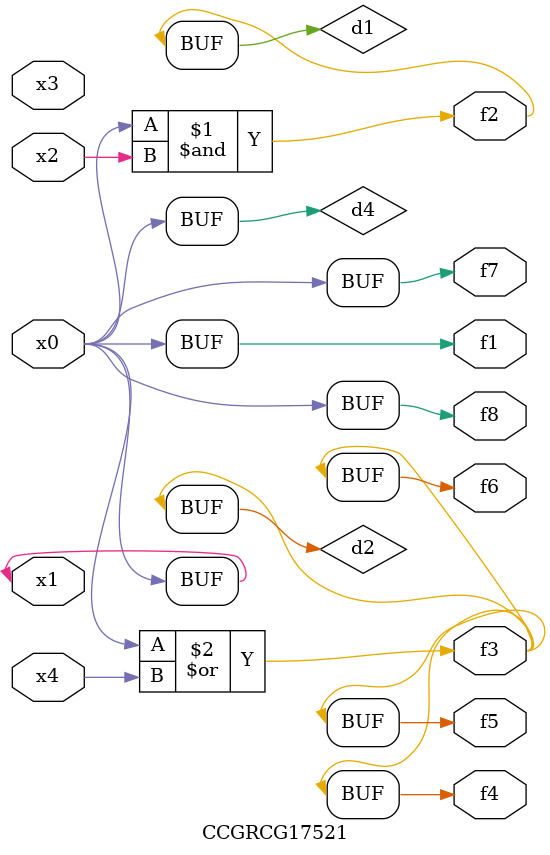
<source format=v>
module CCGRCG17521(
	input x0, x1, x2, x3, x4,
	output f1, f2, f3, f4, f5, f6, f7, f8
);

	wire d1, d2, d3, d4;

	and (d1, x0, x2);
	or (d2, x0, x4);
	nand (d3, x0, x2);
	buf (d4, x0, x1);
	assign f1 = d4;
	assign f2 = d1;
	assign f3 = d2;
	assign f4 = d2;
	assign f5 = d2;
	assign f6 = d2;
	assign f7 = d4;
	assign f8 = d4;
endmodule

</source>
